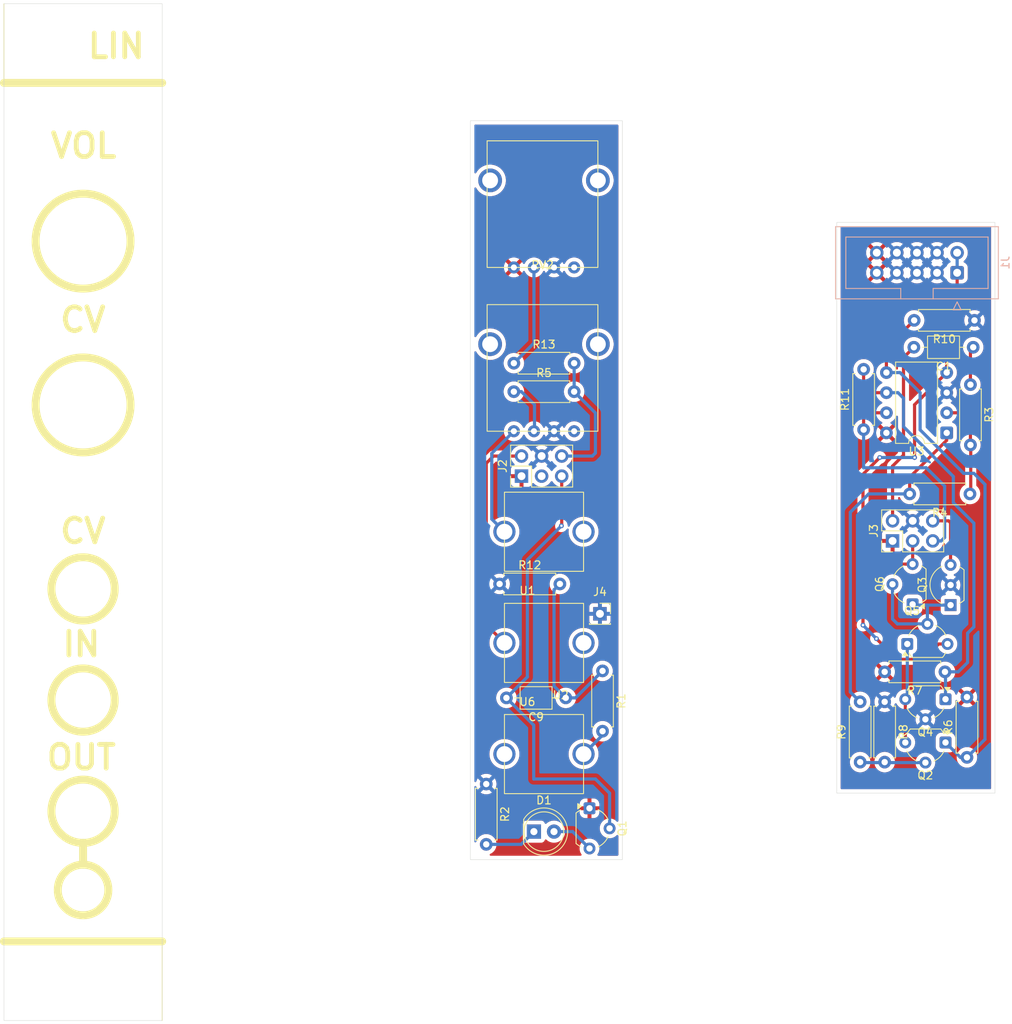
<source format=kicad_pcb>
(kicad_pcb (version 20241229) (generator "pcbnew") (generator_version "9.0")
  (layers (0 "F.Cu" signal) (2 "B.Cu" signal) (13 "F.Paste" user) (15 "B.Paste" user) (5 "F.SilkS" user "F.Silkscreen") (7 "B.SilkS" user "B.Silkscreen") (1 "F.Mask" user) (3 "B.Mask" user) (25 "Edge.Cuts" user))
  (net 0 "")
  (net 1 "Net-(C1-Pad1)")
  (net 2 "Net-(C9-Pad1)")
  (net 3 "Net-(D1-K)")
  (net 4 "Net-(D1-A)")
  (net 5 "+12V")
  (net 6 "Net-(Q2-E)")
  (net 7 "Net-(Q2-B)")
  (net 8 "Net-(Q2-C)")
  (net 9 "GND")
  (net 10 "Net-(Q3-C)")
  (net 11 "Net-(Q4-C)")
  (net 12 "-12V")
  (net 13 "Net-(R1-Pad2)")
  (net 14 "Net-(U3A--)")
  (net 15 "Net-(R4-Pad2)")
  (net 16 "Net-(R5-Pad1)")
  (net 17 "Net-(R13-Pad1)")
  (net 18 "Net-(RV2-Pad1)")
  (net 19 "IN")
  (net 20 "OUT")
  (net 21 "CV")
  (footprint "Library:3mm5 Mono Aux" (layer "F.Cu") (at 144.18 125.27625)
    (property "Reference" "U2" (at 2.1 -7.45 0) (layer "F.SilkS"))
    (property "Value" "Aux_flush")
    (pad "1" thru_hole circle (at 5 0) (size 2.8 2.8) (drill 2) (layers "*.Cu" "*.Mask") (net 13 "Net-(R1-Pad2)"))
    (pad "2" thru_hole circle (at -5 0) (size 2.8 2.8) (drill 2) (layers "*.Cu" "*.Mask"))
  )
  (footprint "Package_TO_SOT_THT:TO-92L_Wide" (layer "F.Cu") (at 149.93 132.12625 -90)
    (property "Reference" "Q1" (at 2.55 -4.15 90) (layer "F.SilkS"))
    (property "Value" "BC547")
    (pad "1" thru_hole roundrect (at 0 0 270) (size 1.5 1.5) (drill 0.8) (layers "*.Cu" "*.Mask") (roundrect_rratio 0.1666666667) (net 5 "+12V"))
    (pad "2" thru_hole circle (at 2.54 -2.54 270) (size 1.5 1.5) (drill 0.8) (layers "*.Cu" "*.Mask") (net 20 "OUT"))
    (pad "3" thru_hole circle (at 5.08 0 270) (size 1.5 1.5) (drill 0.8) (layers "*.Cu" "*.Mask") (net 4 "Net-(D1-A)"))
  )
  (footprint "Package_DIP:DIP-8_W7.62mm" (layer "F.Cu") (at 195.08 84.68375 180)
    (property "Reference" "U3" (at 3.81 -2.33 0) (layer "F.SilkS"))
    (property "Value" "TL072")
    (pad "1" thru_hole roundrect (at 0 0 180) (size 1.6 1.6) (drill 0.8) (layers "*.Cu" "*.Mask") (roundrect_rratio 0.15625) (net 15 "Net-(R4-Pad2)"))
    (pad "2" thru_hole circle (at 0 2.54 180) (size 1.6 1.6) (drill 0.8) (layers "*.Cu" "*.Mask") (net 14 "Net-(U3A--)"))
    (pad "3" thru_hole circle (at 0 5.08 180) (size 1.6 1.6) (drill 0.8) (layers "*.Cu" "*.Mask") (net 9 "GND"))
    (pad "4" thru_hole circle (at 0 7.62 180) (size 1.6 1.6) (drill 0.8) (layers "*.Cu" "*.Mask") (net 12 "-12V"))
    (pad "5" thru_hole circle (at 7.62 7.62 180) (size 1.6 1.6) (drill 0.8) (layers "*.Cu" "*.Mask") (net 8 "Net-(Q2-C)"))
    (pad "6" thru_hole circle (at 7.62 5.08 180) (size 1.6 1.6) (drill 0.8) (layers "*.Cu" "*.Mask") (net 11 "Net-(Q4-C)"))
    (pad "7" thru_hole circle (at 7.62 2.54 180) (size 1.6 1.6) (drill 0.8) (layers "*.Cu" "*.Mask") (net 20 "OUT"))
    (pad "8" thru_hole circle (at 7.62 0 180) (size 1.6 1.6) (drill 0.8) (layers "*.Cu" "*.Mask") (net 5 "+12V"))
  )
  (footprint "Resistor_THT:R_Axial_DIN0207_L6.3mm_D2.5mm_P7.62mm_Horizontal" (layer "F.Cu") (at 187.24 118.67375 -90)
    (property "Reference" "R8" (at 3.81 -2.37 90) (layer "F.SilkS"))
    (property "Value" "1k")
    (pad "1" thru_hole circle (at 0 0 270) (size 1.6 1.6) (drill 0.8) (layers "*.Cu" "*.Mask") (net 9 "GND"))
    (pad "2" thru_hole circle (at 7.62 0 270) (size 1.6 1.6) (drill 0.8) (layers "*.Cu" "*.Mask") (net 7 "Net-(Q2-B)"))
  )
  (footprint "Package_TO_SOT_THT:TO-92L_Inline_Wide" (layer "F.Cu") (at 195.57 106.44875 90)
    (property "Reference" "Q3" (at 2.54 -3.56 90) (layer "F.SilkS"))
    (property "Value" "BC557")
    (pad "1" thru_hole rect (at 0 0 90) (size 1.5 1.5) (drill 0.8) (layers "*.Cu" "*.Mask") (net 10 "Net-(Q3-C)"))
    (pad "2" thru_hole circle (at 2.54 0 90) (size 1.5 1.5) (drill 0.8) (layers "*.Cu" "*.Mask") (net 9 "GND"))
    (pad "3" thru_hole circle (at 5.08 0 90) (size 1.5 1.5) (drill 0.8) (layers "*.Cu" "*.Mask") (net 21 "CV"))
  )
  (footprint "Capacitor_THT:C_Axial_L3.8mm_D2.6mm_P7.50mm_Horizontal" (layer "F.Cu") (at 198.43 73.86375 180)
    (property "Reference" "C1" (at 3.75 -2.42 0) (layer "F.SilkS"))
    (property "Value" "1u")
    (pad "1" thru_hole circle (at 0 0 180) (size 1.6 1.6) (drill 0.8) (layers "*.Cu" "*.Mask") (net 1 "Net-(C1-Pad1)"))
    (pad "2" thru_hole circle (at 7.5 0 180) (size 1.6 1.6) (drill 0.8) (layers "*.Cu" "*.Mask") (net 19 "IN"))
  )
  (footprint "Library:AlpsPot" (layer "F.Cu") (at 140.37 84.47525)
    (property "Reference" "RV2" (at 3.62 -21 0) (layer "F.SilkS"))
    (property "Value" "100k")
    (pad "1" thru_hole circle (at 0 0) (size 1.524 1.524) (drill 0.762) (layers "*.Cu" "*.Mask") (net 18 "Net-(RV2-Pad1)"))
    (pad "2" thru_hole circle (at 2.54 0) (size 1.524 1.524) (drill 0.762) (layers "*.Cu" "*.Mask") (net 16 "Net-(R5-Pad1)"))
    (pad "3" thru_hole circle (at 5.08 0) (size 1.524 1.524) (drill 0.762) (layers "*.Cu" "*.Mask") (net 9 "GND"))
    (pad "4" thru_hole circle (at 7.62 0) (size 1.524 1.524) (drill 0.762) (layers "*.Cu" "*.Mask"))
    (pad "5" thru_hole circle (at -3 -11) (size 3 3) (drill 2) (layers "*.Cu" "*.Mask"))
    (pad "6" thru_hole circle (at 10.62 -11) (size 3 3) (drill 2) (layers "*.Cu" "*.Mask"))
  )
  (footprint "Library:3mm5 Mono Aux" (layer "F.Cu") (at 144.18 97.17625 180)
    (property "Reference" "U1" (at 2.1 -7.45 0) (layer "F.SilkS"))
    (property "Value" "Aux_flush")
    (pad "1" thru_hole circle (at 5 0 180) (size 2.8 2.8) (drill 2) (layers "*.Cu" "*.Mask") (net 18 "Net-(RV2-Pad1)"))
    (pad "2" thru_hole circle (at -5 0 180) (size 2.8 2.8) (drill 2) (layers "*.Cu" "*.Mask"))
  )
  (footprint "Resistor_THT:R_Axial_DIN0207_L6.3mm_D2.5mm_P7.62mm_Horizontal" (layer "F.Cu") (at 136.88 129.06625 -90)
    (property "Reference" "R2" (at 3.81 -2.37 90) (layer "F.SilkS"))
    (property "Value" "2k2")
    (pad "1" thru_hole circle (at 0 0 270) (size 1.6 1.6) (drill 0.8) (layers "*.Cu" "*.Mask") (net 9 "GND"))
    (pad "2" thru_hole circle (at 7.62 0 270) (size 1.6 1.6) (drill 0.8) (layers "*.Cu" "*.Mask") (net 3 "Net-(D1-K)"))
  )
  (footprint "Resistor_THT:R_Axial_DIN0207_L6.3mm_D2.5mm_P7.62mm_Horizontal" (layer "F.Cu") (at 194.86 114.88375 180)
    (property "Reference" "R7" (at 3.81 -2.37 0) (layer "F.SilkS"))
    (property "Value" "47k")
    (pad "1" thru_hole circle (at 0 0 180) (size 1.6 1.6) (drill 0.8) (layers "*.Cu" "*.Mask") (net 11 "Net-(Q4-C)"))
    (pad "2" thru_hole circle (at 7.62 0 180) (size 1.6 1.6) (drill 0.8) (layers "*.Cu" "*.Mask") (net 5 "+12V"))
  )
  (footprint "Package_TO_SOT_THT:TO-92L_Wide" (layer "F.Cu") (at 190.77 106.34875 90)
    (property "Reference" "Q6" (at 2.55 -4.15 90) (layer "F.SilkS"))
    (property "Value" "BC547")
    (pad "1" thru_hole roundrect (at 0 0 90) (size 1.5 1.5) (drill 0.8) (layers "*.Cu" "*.Mask") (roundrect_rratio 0.1666666667) (net 10 "Net-(Q3-C)"))
    (pad "2" thru_hole circle (at 2.54 -2.54 90) (size 1.5 1.5) (drill 0.8) (layers "*.Cu" "*.Mask") (net 10 "Net-(Q3-C)"))
    (pad "3" thru_hole circle (at 5.08 0 90) (size 1.5 1.5) (drill 0.8) (layers "*.Cu" "*.Mask") (net 12 "-12V"))
  )
  (footprint "MountingHole:MountingHole_3.2mm_M3" (layer "F.Cu") (at 83.32 155.95125)
    (property "Reference" "REF**" (hide yes))
    (property "Value" "MountingHole_3.2mm_M3" (hide yes))
    (pad "" np_thru_hole circle (at 0 0) (size 3.2 3.2) (drill 3.2) (layers "*.Cu" "*.Mask"))
  )
  (footprint "Connector_PinHeader_2.54mm:PinHeader_2x03_P2.54mm_Vertical" (layer "F.Cu") (at 188.24 98.33875 90)
    (property "Reference" "J3" (at 1.27 -2.38 90) (layer "F.SilkS"))
    (property "Value" "Conn_02x03_Counter_Clockwise" (hide yes))
    (pad "1" thru_hole rect (at 0 0 90) (size 1.7 1.7) (drill 1) (layers "*.Cu" "*.Mask") (net 5 "+12V"))
    (pad "2" thru_hole circle (at 2.54 0 90) (size 1.7 1.7) (drill 1) (layers "*.Cu" "*.Mask") (net 19 "IN"))
    (pad "3" thru_hole circle (at 0 2.54 90) (size 1.7 1.7) (drill 1) (layers "*.Cu" "*.Mask") (net 12 "-12V"))
    (pad "4" thru_hole circle (at 2.54 2.54 90) (size 1.7 1.7) (drill 1) (layers "*.Cu" "*.Mask") (net 9 "GND"))
    (pad "5" thru_hole circle (at 0 5.08 90) (size 1.7 1.7) (drill 1) (layers "*.Cu" "*.Mask") (net 20 "OUT"))
    (pad "6" thru_hole circle (at 2.54 5.08 90) (size 1.7 1.7) (drill 1) (layers "*.Cu" "*.Mask") (net 21 "CV"))
  )
  (footprint "MountingHole:MountingHole_3.2mm_M3" (layer "F.Cu") (at 85.92 118.45125)
    (property "Reference" "REF**" (hide yes))
    (property "Value" "MountingHole_3.2mm_M3" (hide yes))
    (pad "" np_thru_hole circle (at 0 0) (size 6.2 6.2) (drill 6.2) (layers "*.Cu" "*.Mask"))
  )
  (footprint "Package_TO_SOT_THT:TO-92L_Wide" (layer "F.Cu") (at 194.93 123.81375 180)
    (property "Reference" "Q2" (at 2.55 -4.15 0) (layer "F.SilkS"))
    (property "Value" "BC547")
    (pad "1" thru_hole roundrect (at 0 0 180) (size 1.5 1.5) (drill 0.8) (layers "*.Cu" "*.Mask") (roundrect_rratio 0.1666666667) (net 8 "Net-(Q2-C)"))
    (pad "2" thru_hole circle (at 2.54 -2.54 180) (size 1.5 1.5) (drill 0.8) (layers "*.Cu" "*.Mask") (net 7 "Net-(Q2-B)"))
    (pad "3" thru_hole circle (at 5.08 0 180) (size 1.5 1.5) (drill 0.8) (layers "*.Cu" "*.Mask") (net 6 "Net-(Q2-E)"))
  )
  (footprint "MountingHole:MountingHole_3.2mm_M3" (layer "F.Cu") (at 83.42 33.45125)
    (property "Reference" "REF**" (hide yes))
    (property "Value" "MountingHole_3.2mm_M3" (hide yes))
    (pad "" np_thru_hole circle (at 0 0) (size 3.2 3.2) (drill 3.2) (layers "*.Cu" "*.Mask"))
  )
  (footprint "Resistor_THT:R_Axial_DIN0207_L6.3mm_D2.5mm_P7.62mm_Horizontal" (layer "F.Cu") (at 184.58 84.27375 90)
    (property "Reference" "R11" (at 3.81 -2.37 90) (layer "F.SilkS"))
    (property "Value" "100k")
    (pad "1" thru_hole circle (at 0 0 90) (size 1.6 1.6) (drill 0.8) (layers "*.Cu" "*.Mask") (net 20 "OUT"))
    (pad "2" thru_hole circle (at 7.62 0 90) (size 1.6 1.6) (drill 0.8) (layers "*.Cu" "*.Mask") (net 11 "Net-(Q4-C)"))
  )
  (footprint "Resistor_THT:R_Axial_DIN0207_L6.3mm_D2.5mm_P7.62mm_Horizontal" (layer "F.Cu") (at 151.58 114.76625 -90)
    (property "Reference" "R1" (at 3.81 -2.37 90) (layer "F.SilkS"))
    (property "Value" "1k")
    (pad "1" thru_hole circle (at 0 0 270) (size 1.6 1.6) (drill 0.8) (layers "*.Cu" "*.Mask") (net 2 "Net-(C9-Pad1)"))
    (pad "2" thru_hole circle (at 7.62 0 270) (size 1.6 1.6) (drill 0.8) (layers "*.Cu" "*.Mask") (net 13 "Net-(R1-Pad2)"))
  )
  (footprint "Connector_PinHeader_2.54mm:PinHeader_2x03_P2.54mm_Vertical" (layer "F.Cu") (at 141.34 90.15125 90)
    (property "Reference" "J2" (at 1.27 -2.38 90) (layer "F.SilkS"))
    (property "Value" "Conn_02x03_Counter_Clockwise" (hide yes))
    (pad "1" thru_hole rect (at 0 0 90) (size 1.7 1.7) (drill 1) (layers "*.Cu" "*.Mask") (net 5 "+12V"))
    (pad "2" thru_hole circle (at 2.54 0 90) (size 1.7 1.7) (drill 1) (layers "*.Cu" "*.Mask") (net 19 "IN"))
    (pad "3" thru_hole circle (at 0 2.54 90) (size 1.7 1.7) (drill 1) (layers "*.Cu" "*.Mask") (net 12 "-12V"))
    (pad "4" thru_hole circle (at 2.54 2.54 90) (size 1.7 1.7) (drill 1) (layers "*.Cu" "*.Mask") (net 9 "GND"))
    (pad "5" thru_hole circle (at 0 5.08 90) (size 1.7 1.7) (drill 1) (layers "*.Cu" "*.Mask") (net 20 "OUT"))
    (pad "6" thru_hole circle (at 2.54 5.08 90) (size 1.7 1.7) (drill 1) (layers "*.Cu" "*.Mask") (net 21 "CV"))
  )
  (footprint "Resistor_THT:R_Axial_DIN0207_L6.3mm_D2.5mm_P7.62mm_Horizontal" (layer "F.Cu") (at 198.08 78.58875 -90)
    (property "Reference" "R3" (at 3.81 -2.37 90) (layer "F.SilkS"))
    (property "Value" "100k")
    (pad "1" thru_hole circle (at 0 0 270) (size 1.6 1.6) (drill 0.8) (layers "*.Cu" "*.Mask") (net 1 "Net-(C1-Pad1)"))
    (pad "2" thru_hole circle (at 7.62 0 270) (size 1.6 1.6) (drill 0.8) (layers "*.Cu" "*.Mask") (net 14 "Net-(U3A--)"))
  )
  (footprint "Library:AlpsPot" (layer "F.Cu") (at 140.37 63.77525)
    (property "Reference" "RV1" (hide yes))
    (property "Value" "100k")
    (pad "1" thru_hole circle (at 0 0) (size 1.524 1.524) (drill 0.762) (layers "*.Cu" "*.Mask") (net 5 "+12V"))
    (pad "2" thru_hole circle (at 2.54 0) (size 1.524 1.524) (drill 0.762) (layers "*.Cu" "*.Mask") (net 17 "Net-(R13-Pad1)"))
    (pad "3" thru_hole circle (at 5.08 0) (size 1.524 1.524) (drill 0.762) (layers "*.Cu" "*.Mask") (net 9 "GND"))
    (pad "4" thru_hole circle (at 7.62 0) (size 1.524 1.524) (drill 0.762) (layers "*.Cu" "*.Mask"))
    (pad "5" thru_hole circle (at -3 -11) (size 3 3) (drill 2) (layers "*.Cu" "*.Mask"))
    (pad "6" thru_hole circle (at 10.62 -11) (size 3 3) (drill 2) (layers "*.Cu" "*.Mask"))
  )
  (footprint "Resistor_THT:R_Axial_DIN0207_L6.3mm_D2.5mm_P7.62mm_Horizontal" (layer "F.Cu") (at 198.02 92.39875 180)
    (property "Reference" "R4" (at 3.81 -2.37 0) (layer "F.SilkS"))
    (property "Value" "100k")
    (pad "1" thru_hole circle (at 0 0 180) (size 1.6 1.6) (drill 0.8) (layers "*.Cu" "*.Mask") (net 14 "Net-(U3A--)"))
    (pad "2" thru_hole circle (at 7.62 0 180) (size 1.6 1.6) (drill 0.8) (layers "*.Cu" "*.Mask") (net 15 "Net-(R4-Pad2)"))
  )
  (footprint "Resistor_THT:R_Axial_DIN0207_L6.3mm_D2.5mm_P7.62mm_Horizontal" (layer "F.Cu") (at 140.37 79.47625)
    (property "Reference" "R5" (at 3.81 -2.37 0) (layer "F.SilkS"))
    (property "Value" "47k")
    (pad "1" thru_hole circle (at 0 0) (size 1.6 1.6) (drill 0.8) (layers "*.Cu" "*.Mask") (net 16 "Net-(R5-Pad1)"))
    (pad "2" thru_hole circle (at 7.62 0) (size 1.6 1.6) (drill 0.8) (layers "*.Cu" "*.Mask") (net 21 "CV"))
  )
  (footprint "LED_THT:LED_D5.0mm" (layer "F.Cu") (at 142.905 135.07625)
    (property "Reference" "D1" (at 1.27 -3.96 0) (layer "F.SilkS"))
    (property "Value" "LED")
    (pad "1" thru_hole rect (at 0 0) (size 1.8 1.8) (drill 0.9) (layers "*.Cu" "*.Mask") (net 3 "Net-(D1-K)"))
    (pad "2" thru_hole circle (at 2.54 0) (size 1.8 1.8) (drill 0.9) (layers "*.Cu" "*.Mask") (net 4 "Net-(D1-A)"))
  )
  (footprint "MountingHole:MountingHole_3.2mm_M3" (layer "F.Cu") (at 85.92 132.50125)
    (property "Reference" "REF**" (hide yes))
    (property "Value" "MountingHole_3.2mm_M3" (hide yes))
    (pad "" np_thru_hole circle (at 0 0) (size 6.2 6.2) (drill 6.2) (layers "*.Cu" "*.Mask"))
  )
  (footprint "Package_TO_SOT_THT:TO-92L_Wide" (layer "F.Cu") (at 190.1 111.36375)
    (property "Reference" "Q5" (at 0.6 -4.18 0) (layer "F.SilkS"))
    (property "Value" "BC547")
    (pad "1" thru_hole roundrect (at 0 0) (size 1.5 1.5) (drill 0.8) (layers "*.Cu" "*.Mask") (roundrect_rratio 0.1666666667) (net 6 "Net-(Q2-E)"))
    (pad "2" thru_hole circle (at 2.54 -2.54) (size 1.5 1.5) (drill 0.8) (layers "*.Cu" "*.Mask") (net 10 "Net-(Q3-C)"))
    (pad "3" thru_hole circle (at 5.08 0) (size 1.5 1.5) (drill 0.8) (layers "*.Cu" "*.Mask") (net 12 "-12V"))
  )
  (footprint "Package_TO_SOT_THT:TO-92L_Wide" (layer "F.Cu") (at 194.93 118.34375 180)
    (property "Reference" "Q4" (at 2.55 -4.15 0) (layer "F.SilkS"))
    (property "Value" "BC547")
    (pad "1" thru_hole roundrect (at 0 0 180) (size 1.5 1.5) (drill 0.8) (layers "*.Cu" "*.Mask") (roundrect_rratio 0.1666666667) (net 11 "Net-(Q4-C)"))
    (pad "2" thru_hole circle (at 2.54 -2.54 180) (size 1.5 1.5) (drill 0.8) (layers "*.Cu" "*.Mask") (net 9 "GND"))
    (pad "3" thru_hole circle (at 5.08 0 180) (size 1.5 1.5) (drill 0.8) (layers "*.Cu" "*.Mask") (net 6 "Net-(Q2-E)"))
  )
  (footprint "Library:3mm5 Mono Aux" (layer "F.Cu") (at 144.18 111.22625 180)
    (property "Reference" "U6" (at 2.1 -7.45 0) (layer "F.SilkS"))
    (property "Value" "Aux_flush")
    (pad "1" thru_hole circle (at 5 0 180) (size 2.8 2.8) (drill 2) (layers "*.Cu" "*.Mask") (net 19 "IN"))
    (pad "2" thru_hole circle (at -5 0 180) (size 2.8 2.8) (drill 2) (layers "*.Cu" "*.Mask"))
  )
  (footprint "Resistor_THT:R_Axial_DIN0207_L6.3mm_D2.5mm_P7.62mm_Horizontal" (layer "F.Cu") (at 198.59 70.46375 180)
    (property "Reference" "R10" (at 3.81 -2.37 0) (layer "F.SilkS"))
    (property "Value" "100k")
    (pad "1" thru_hole circle (at 0 0 180) (size 1.6 1.6) (drill 0.8) (layers "*.Cu" "*.Mask") (net 9 "GND"))
    (pad "2" thru_hole circle (at 7.62 0 180) (size 1.6 1.6) (drill 0.8) (layers "*.Cu" "*.Mask") (net 8 "Net-(Q2-C)"))
  )
  (footprint "MountingHole:MountingHole_3.2mm_M3" (layer "F.Cu") (at 85.92 104.40125 180)
    (property "Reference" "REF**" (hide yes))
    (property "Value" "MountingHole_3.2mm_M3" (hide yes))
    (pad "" np_thru_hole circle (at 0 0 180) (size 6.2 6.2) (drill 6.2) (layers "*.Cu" "*.Mask"))
  )
  (footprint "MountingHole:MountingHole_3.2mm_M3" (layer "F.Cu") (at 85.92 60.45125)
    (property "Reference" "REF**" (hide yes))
    (property "Value" "MountingHole_3.2mm_M3" (hide yes))
    (pad "" np_thru_hole circle (at 0 0) (size 9.2 9.2) (drill 9.2) (layers "*.Cu" "*.Mask"))
  )
  (footprint "Capacitor_THT:C_Axial_L3.8mm_D2.6mm_P7.50mm_Horizontal" (layer "F.Cu") (at 146.93 118.17625 180)
    (property "Reference" "C9" (at 3.75 -2.42 0) (layer "F.SilkS"))
    (property "Value" "1u")
    (pad "1" thru_hole circle (at 0 0 180) (size 1.6 1.6) (drill 0.8) (layers "*.Cu" "*.Mask") (net 2 "Net-(C9-Pad1)"))
    (pad "2" thru_hole circle (at 7.5 0 180) (size 1.6 1.6) (drill 0.8) (layers "*.Cu" "*.Mask") (net 20 "OUT"))
  )
  (footprint "Connector_PinSocket_2.54mm:PinSocket_1x01_P2.54mm_Vertical" (layer "F.Cu") (at 151.25 107.55)
    (property "Reference" "J4" (at 0 -2.77 0) (layer "F.SilkS"))
    (property "Value" "Conn_01x01_Pin")
    (pad "1" thru_hole rect (at 0 0) (size 1.7 1.7) (drill 1) (layers "*.Cu" "*.Mask") (net 9 "GND"))
  )
  (footprint "Resistor_THT:R_Axial_DIN0207_L6.3mm_D2.5mm_P7.62mm_Horizontal" (layer "F.Cu") (at 138.57 103.77625)
    (property "Reference" "R12" (at 3.81 -2.37 0) (layer "F.SilkS"))
    (property "Value" "100k")
    (pad "1" thru_hole circle (at 0 0) (size 1.6 1.6) (drill 0.8) (layers "*.Cu" "*.Mask") (net 9 "GND"))
    (pad "2" thru_hole circle (at 7.62 0) (size 1.6 1.6) (drill 0.8) (layers "*.Cu" "*.Mask") (net 2 "Net-(C9-Pad1)"))
  )
  (footprint "MountingHole:MountingHole_3.2mm_M3" (layer "F.Cu") (at 85.92 142.45125)
    (property "Reference" "REF**" (hide yes))
    (property "Value" "MountingHole_3.2mm_M3" (hide yes))
    (pad "" np_thru_hole circle (at 0 0) (size 5.2 5.2) (drill 5.2) (layers "*.Cu" "*.Mask"))
  )
  (footprint "Resistor_THT:R_Axial_DIN0207_L6.3mm_D2.5mm_P7.62mm_Horizontal" (layer "F.Cu") (at 197.64 125.69375 90)
    (property "Reference" "R6" (at 3.81 -2.37 90) (layer "F.SilkS"))
    (property "Value" "47k")
    (pad "1" thru_hole circle (at 0 0 90) (size 1.6 1.6) (drill 0.8) (layers "*.Cu" "*.Mask") (net 8 "Net-(Q2-C)"))
    (pad "2" thru_hole circle (at 7.62 0 90) (size 1.6 1.6) (drill 0.8) (layers "*.Cu" "*.Mask") (net 5 "+12V"))
  )
  (footprint "MountingHole:MountingHole_3.2mm_M3" (layer "F.Cu") (at 85.92 81.15125)
    (property "Reference" "REF**" (hide yes))
    (property "Value" "MountingHole_3.2mm_M3" (hide yes))
    (pad "" np_thru_hole circle (at 0 0) (size 9.2 9.2) (drill 9.2) (layers "*.Cu" "*.Mask"))
  )
  (footprint "Resistor_THT:R_Axial_DIN0207_L6.3mm_D2.5mm_P7.62mm_Horizontal" (layer "F.Cu") (at 140.37 75.87625)
    (property "Reference" "R13" (at 3.81 -2.37 0) (layer "F.SilkS"))
    (property "Value" "47k")
    (pad "1" thru_hole circle (at 0 0) (size 1.6 1.6) (drill 0.8) (layers "*.Cu" "*.Mask") (net 17 "Net-(R13-Pad1)"))
    (pad "2" thru_hole circle (at 7.62 0) (size 1.6 1.6) (drill 0.8) (layers "*.Cu" "*.Mask") (net 21 "CV"))
  )
  (footprint "Resistor_THT:R_Axial_DIN0207_L6.3mm_D2.5mm_P7.62mm_Horizontal" (layer "F.Cu") (at 184.14 126.29375 90)
    (property "Reference" "R9" (at 3.81 -2.37 90) (layer "F.SilkS"))
    (property "Value" "10k")
    (pad "1" thru_hole circle (at 0 0 90) (size 1.6 1.6) (drill 0.8) (layers "*.Cu" "*.Mask") (net 7 "Net-(Q2-B)"))
    (pad "2" thru_hole circle (at 7.62 0 90) (size 1.6 1.6) (drill 0.8) (layers "*.Cu" "*.Mask") (net 15 "Net-(R4-Pad2)"))
  )
  (footprint "Connector_IDC:IDC-Header_2x05_P2.54mm_Vertical" (layer "B.Cu") (at 196.4 64.45125 90)
    (property "Reference" "J1" (at 1.27 6.1 90) (layer "B.SilkS") (effects (justify mirror)))
    (property "Value" "Conn_02x05_Odd_Even")
    (pad "1" thru_hole roundrect (at 0 0 90) (size 1.7 1.7) (drill 1) (layers "*.Cu" "*.Mask") (roundrect_rratio 0.147059) (net 12 "-12V"))
    (pad "2" thru_hole circle (at 2.54 0 90) (size 1.7 1.7) (drill 1) (layers "*.Cu" "*.Mask") (net 12 "-12V"))
    (pad "3" thru_hole circle (at 0 -2.54 90) (size 1.7 1.7) (drill 1) (layers "*.Cu" "*.Mask") (net 9 "GND"))
    (pad "4" thru_hole circle (at 2.54 -2.54 90) (size 1.7 1.7) (drill 1) (layers "*.Cu" "*.Mask") (net 9 "GND"))
    (pad "5" thru_hole circle (at 0 -5.08 90) (size 1.7 1.7) (drill 1) (layers "*.Cu" "*.Mask") (net 9 "GND"))
    (pad "6" thru_hole circle (at 2.54 -5.08 90) (size 1.7 1.7) (drill 1) (layers "*.Cu" "*.Mask") (net 9 "GND"))
    (pad "7" thru_hole circle (at 0 -7.62 90) (size 1.7 1.7) (drill 1) (layers "*.Cu" "*.Mask") (net 9 "GND"))
    (pad "8" thru_hole circle (at 2.54 -7.62 90) (size 1.7 1.7) (drill 1) (layers "*.Cu" "*.Mask") (net 9 "GND"))
    (pad "9" thru_hole circle (at 0 -10.16 90) (size 1.7 1.7) (drill 1) (layers "*.Cu" "*.Mask") (net 5 "+12V"))
    (pad "10" thru_hole circle (at 2.54 -10.16 90) (size 1.7 1.7) (drill 1) (layers "*.Cu" "*.Mask") (net 5 "+12V"))
  )
  (gr_line (start 85.92 136.50125) (end 85.92 139.25125) (stroke (width 1)) (layer "F.SilkS"))
  (gr_circle (center 85.92 142.45125) (end 89.12 142.45125) (stroke (width 1)) (fill no) (layer "F.SilkS"))
  (gr_circle (center 85.92 118.45125) (end 81.92 118.45125) (stroke (width 1)) (fill no) (layer "F.SilkS"))
  (gr_line (start 95.92 158.95125) (end 95.92 148.95125) (stroke (width 0.1)) (layer "F.SilkS"))
  (gr_circle (center 85.92 81.15125) (end 91.920833 81.15125) (stroke (width 1)) (fill no) (layer "F.SilkS"))
  (gr_line (start 75.92 30.45125) (end 75.92 40.45125) (stroke (width 0.1)) (layer "F.SilkS"))
  (gr_line (start 75.92 40.45125) (end 95.92 40.45125) (stroke (width 1)) (layer "F.SilkS"))
  (gr_circle (center 85.92 132.50125) (end 89.92 132.50125) (stroke (width 1)) (fill no) (layer "F.SilkS"))
  (gr_circle (center 85.92 104.40125) (end 81.92 104.40125) (stroke (width 1)) (fill no) (layer "F.SilkS"))
  (gr_circle (center 85.92 60.45125) (end 91.920833 60.45125) (stroke (width 1)) (fill no) (layer "F.SilkS"))
  (gr_line (start 95.92 148.95125) (end 75.92 148.95125) (stroke (width 1)) (layer "F.SilkS"))
  (gr_rect (start 181.18 58.08375) (end 201.18 130.21375) (stroke (width 0.05)) (fill no) (layer "Edge.Cuts"))
  (gr_rect (start 134.88 45.22625) (end 154.08 138.62625) (stroke (width 0.05)) (fill no) (layer "Edge.Cuts"))
  (gr_rect (start 75.92 30.45125) (end 95.92 158.95125) (stroke (width 0.05)) (fill no) (layer "Edge.Cuts"))
  (gr_text "LIN" (at 86.22 37.55125 0) (layer "F.SilkS") (effects (font (size 3 3) (thickness 0.6) (bold yes)) (justify left bottom)))
  (gr_text "VOL" (at 81.52 50.15125 0) (layer "F.SilkS") (effects (font (size 3 3) (thickness 0.6) (bold yes)) (justify left bottom)))
  (gr_text "IN\n" (at 83.02 113.15125 0) (layer "F.SilkS") (effects (font (size 3 3) (thickness 0.6) (bold yes)) (justify left bottom)))
  (gr_text "CV" (at 82.72 72.15125 0) (layer "F.SilkS") (effects (font (size 3 3) (thickness 0.6) (bold yes)) (justify left bottom)))
  (gr_text "CV" (at 82.72 98.85125 0) (layer "F.SilkS") (effects (font (size 3 3) (thickness 0.6) (bold yes)) (justify left bottom)))
  (gr_text "OUT" (at 81.02 127.45125 0) (layer "F.SilkS") (effects (font (size 3 3) (thickness 0.6) (bold yes)) (justify left bottom)))
  (segment (start 198.08 74.21375) (end 198.43 73.86375) (width 0.4) (layer "F.Cu") (net 1))
  (segment (start 198.08 78.58875) (end 198.08 74.21375) (width 0.4) (layer "F.Cu") (net 1))
  (segment (start 145.45 116.69625) (end 146.93 118.17625) (width 0.4) (layer "B.Cu") (net 2))
  (segment (start 145.45 104.51625) (end 145.45 116.69625) (width 0.4) (layer "B.Cu") (net 2))
  (segment (start 146.19 103.77625) (end 145.45 104.51625) (width 0.4) (layer "B.Cu") (net 2))
  (segment (start 146.93 118.17625) (end 148.17 118.17625) (width 0.4) (layer "B.Cu") (net 2))
  (segment (start 148.17 118.17625) (end 151.58 114.76625) (width 0.4) (layer "B.Cu") (net 2))
  (segment (start 136.88 136.68625) (end 141.295 136.68625) (width 0.4) (layer "B.Cu") (net 3))
  (segment (start 141.295 136.68625) (end 142.905 135.07625) (width 0.4) (layer "B.Cu") (net 3))
  (segment (start 145.445 135.07625) (end 147.8 135.07625) (width 0.4) (layer "B.Cu") (net 4))
  (segment (start 147.8 135.07625) (end 149.93 137.20625) (width 0.4) (layer "B.Cu") (net 4))
  (segment (start 189.85 123.81375) (end 189.85 118.34375) (width 0.4) (layer "F.Cu") (net 6))
  (segment (start 190.1 118.09375) (end 189.85 118.34375) (width 0.4) (layer "B.Cu") (net 6))
  (segment (start 190.1 111.36375) (end 190.1 118.09375) (width 0.4) (layer "B.Cu") (net 6))
  (segment (start 192.39 126.35375) (end 184.2 126.35375) (width 0.4) (layer "B.Cu") (net 7))
  (segment (start 184.2 126.35375) (end 184.14 126.29375) (width 0.4) (layer "B.Cu") (net 7))
  (segment (start 187.46 73.97375) (end 190.97 70.46375) (width 0.4) (layer "F.Cu") (net 8))
  (segment (start 187.46 77.06375) (end 187.46 73.97375) (width 0.4) (layer "F.Cu") (net 8))
  (segment (start 199.92 91.19875) (end 199.92 123.41375) (width 0.4) (layer "B.Cu") (net 8))
  (segment (start 199.92 123.41375) (end 197.64 125.69375) (width 0.4) (layer "B.Cu") (net 8))
  (segment (start 191.72 79.59875) (end 191.72 84.29875) (width 0.4) (layer "B.Cu") (net 8))
  (segment (start 196.81 125.69375) (end 194.93 123.81375) (width 0.4) (layer "B.Cu") (net 8))
  (segment (start 189.185 77.06375) (end 191.72 79.59875) (width 0.4) (layer "B.Cu") (net 8))
  (segment (start 191.72 84.29875) (end 197.22 89.79875) (width 0.4) (layer "B.Cu") (net 8))
  (segment (start 197.22 89.79875) (end 198.52 89.79875) (width 0.4) (layer "B.Cu") (net 8))
  (segment (start 197.64 125.69375) (end 196.81 125.69375) (width 0.4) (layer "B.Cu") (net 8))
  (segment (start 198.52 89.79875) (end 199.92 91.19875) (width 0.4) (layer "B.Cu") (net 8))
  (segment (start 187.46 77.06375) (end 189.185 77.06375) (width 0.4) (layer "B.Cu") (net 8))
  (segment (start 195.57 106.44875) (end 192.6 106.44875) (width 0.4) (layer "B.Cu") (net 10))
  (segment (start 188.845 108.82375) (end 188.23 108.20875) (width 0.4) (layer "B.Cu") (net 10))
  (segment (start 192.6 106.44875) (end 190.87 106.44875) (width 0.4) (layer "B.Cu") (net 10))
  (segment (start 192.64 108.82375) (end 188.845 108.82375) (width 0.4) (layer "B.Cu") (net 10))
  (segment (start 192.64 106.48875) (end 192.6 106.44875) (width 0.4) (layer "B.Cu") (net 10))
  (segment (start 192.64 108.82375) (end 192.59888 108.78263) (width 0.4) (layer "B.Cu") (net 10))
  (segment (start 190.87 106.44875) (end 190.77 106.34875) (width 0.4) (layer "B.Cu") (net 10))
  (segment (start 192.64 108.82375) (end 192.64 106.48875) (width 0.4) (layer "B.Cu") (net 10))
  (segment (start 188.23 108.20875) (end 188.23 103.80875) (width 0.4) (layer "B.Cu") (net 10))
  (segment (start 184.58 76.65375) (end 184.58 78.25875) (width 0.4) (layer "F.Cu") (net 11))
  (segment (start 184.58 78.25875) (end 185.925 79.60375) (width 0.4) (layer "F.Cu") (net 11))
  (segment (start 185.925 79.60375) (end 187.46 79.60375) (width 0.4) (layer "F.Cu") (net 11))
  (segment (start 189.62 80.29875) (end 188.925 79.60375) (width 0.4) (layer "B.Cu") (net 11))
  (segment (start 189.62 83.89875) (end 189.62 80.29875) (width 0.4) (layer "B.Cu") (net 11))
  (segment (start 194.86 114.88375) (end 196.535 114.88375) (width 0.4) (layer "B.Cu") (net 11))
  (segment (start 196.535 114.88375) (end 197.72 113.69875) (width 0.4) (layer "B.Cu") (net 11))
  (segment (start 195.92 93.49875) (end 195.92 90.19875) (width 0.4) (layer "B.Cu") (net 11))
  (segment (start 197.72 109.99875) (end 198.52 109.19875) (width 0.4) (layer "B.Cu") (net 11))
  (segment (start 197.72 113.69875) (end 197.72 109.99875) (width 0.4) (layer "B.Cu") (net 11))
  (segment (start 195.92 90.19875) (end 189.62 83.89875) (width 0.4) (layer "B.Cu") (net 11))
  (segment (start 198.52 109.19875) (end 198.52 96.09875) (width 0.4) (layer "B.Cu") (net 11))
  (segment (start 188.925 79.60375) (end 187.46 79.60375) (width 0.4) (layer "B.Cu") (net 11))
  (segment (start 194.93 114.95375) (end 194.86 114.88375) (width 0.4) (layer "B.Cu") (net 11))
  (segment (start 194.93 118.34375) (end 194.93 114.95375) (width 0.4) (layer "B.Cu") (net 11))
  (segment (start 198.52 96.09875) (end 195.92 93.49875) (width 0.4) (layer "B.Cu") (net 11))
  (segment (start 191.02 81.12375) (end 195.08 77.06375) (width 0.4) (layer "F.Cu") (net 12))
  (segment (start 192.12 113.29875) (end 194.055 111.36375) (width 0.4) (layer "F.Cu") (net 12))
  (segment (start 195.08 70.85875) (end 196.4 69.53875) (width 0.4) (layer "F.Cu") (net 12))
  (segment (start 186.62 87.79875) (end 184.5 89.91875) (width 0.4) (layer "F.Cu") (net 12))
  (segment (start 184.5 101.095) (end 184.5 101.295) (width 0.4) (layer "F.Cu") (net 12))
  (segment (start 195.08 77.06375) (end 195.08 70.85875) (width 0.4) (layer "F.Cu") (net 12))
  (segment (start 196.4 69.53875) (end 196.4 64.45125) (width 0.4) (layer "F.Cu") (net 12))
  (segment (start 187 111.495) (end 187.01625 111.495) (width 0.4) (layer "F.Cu") (net 12))
  (segment (start 186.2 110.695) (end 187 111.495) (width 0.4) (layer "F.Cu") (net 12))
  (segment (start 188.82 113.29875) (end 192.12 113.29875) (width 0.4) (layer "F.Cu") (net 12))
  (segment (start 187.01625 111.495) (end 188.82 113.29875) (width 0.4) (layer "F.Cu") (net 12))
  (segment (start 190.77 101.26875) (end 184.52625 101.26875) (width 0.4) (layer "F.Cu") (net 12))
  (segment (start 184.52625 101.26875) (end 184.5 101.295) (width 0.4) (layer "F.Cu") (net 12))
  (segment (start 190.78 98.33875) (end 190.78 101.25875) (width 0.4) (layer "F.Cu") (net 12))
  (segment (start 184.5 89.91875) (end 184.5 101.095) (width 0.4) (layer "F.Cu") (net 12))
  (segment (start 191.02 87.79875) (end 191.02 81.12375) (width 0.4) (layer "F.Cu") (net 12))
  (segment (start 184.5 101.295) (end 184.5 108.97875) (width 0.4) (layer "F.Cu") (net 12))
  (segment (start 190.78 101.25875) (end 190.77 101.26875) (width 0.4) (layer "F.Cu") (net 12))
  (segment (start 194.055 111.36375) (end 195.18 111.36375) (width 0.4) (layer "F.Cu") (net 12))
  (via (at 184.5 108.97875) (size 0.6) (drill 0.3) (layers "F.Cu" "B.Cu") (net 12))
  (via (at 191.02 87.79875) (size 0.6) (drill 0.3) (layers "F.Cu" "B.Cu") (net 12))
  (via (at 186.62 87.79875) (size 0.6) (drill 0.3) (layers "F.Cu" "B.Cu") (net 12))
  (via (at 186.2 110.695) (size 0.6) (drill 0.3) (layers "F.Cu" "B.Cu") (net 12))
  (segment (start 186.62 87.79875) (end 191.02 87.79875) (width 0.4) (layer "B.Cu") (net 12))
  (segment (start 196.4 61.91125) (end 196.4 64.45125) (width 0.4) (layer "B.Cu") (net 12))
  (segment (start 185.1 109.57875) (end 184.5 108.97875) (width 0.4) (layer "B.Cu") (net 12))
  (segment (start 185.1 109.595) (end 185.1 109.57875) (width 0.4) (layer "B.Cu") (net 12))
  (segment (start 186.2 110.695) (end 185.1 109.595) (width 0.4) (layer "B.Cu") (net 12))
  (segment (start 151.58 122.38625) (end 151.58 122.87625) (width 0.4) (layer "B.Cu") (net 13))
  (segment (start 151.58 122.87625) (end 149.18 125.27625) (width 0.4) (layer "B.Cu") (net 13))
  (segment (start 198.12 86.24875) (end 198.08 86.20875) (width 0.4) (layer "F.Cu") (net 14))
  (segment (start 198.08 83.35875) (end 198.08 86.20875) (width 0.4) (layer "F.Cu") (net 14))
  (segment (start 198.12 92.29875) (end 198.12 86.24875) (width 0.4) (layer "F.Cu") (net 14))
  (segment (start 198.02 92.39875) (end 198.12 92.29875) (width 0.4) (layer "F.Cu") (net 14))
  (segment (start 196.865 82.14375) (end 198.08 83.35875) (width 0.4) (layer "F.Cu") (net 14))
  (segment (start 195.08 82.14375) (end 196.865 82.14375) (width 0.4) (layer "F.Cu") (net 14))
  (segment (start 190.4 90.29875) (end 195.08 85.61875) (width 0.4) (layer "F.Cu") (net 15))
  (segment (start 195.08 85.61875) (end 195.08 84.68375) (width 0.4) (layer "F.Cu") (net 15))
  (segment (start 190.4 92.39875) (end 190.4 90.29875) (width 0.4) (layer "F.Cu") (net 15))
  (segment (start 185.22 92.39875) (end 190.4 92.39875) (width 0.4) (layer "B.Cu") (net 15))
  (segment (start 184.14 118.67375) (end 182.9 117.43375) (width 0.4) (layer "B.Cu") (net 15))
  (segment (start 182.9 117.43375) (end 182.9 94.71875) (width 0.4) (layer "B.Cu") (net 15))
  (segment (start 182.9 94.71875) (end 185.22 92.39875) (width 0.4) (layer "B.Cu") (net 15))
  (segment (start 140.37 79.47625) (end 141.33 79.47625) (width 0.4) (layer "B.Cu") (net 16))
  (segment (start 142.98 84.40525) (end 142.91 84.47525) (width 0.4) (layer "B.Cu") (net 16))
  (segment (start 141.33 79.47625) (end 142.98 81.12625) (width 0.4) (layer "B.Cu") (net 16))
  (segment (start 142.98 81.12625) (end 142.98 84.40525) (width 0.4) (layer "B.Cu") (net 16))
  (segment (start 142.91 73.33625) (end 140.37 75.87625) (width 0.4) (layer "B.Cu") (net 17))
  (segment (start 142.91 63.77525) (end 142.91 73.33625) (width 0.4) (layer "B.Cu") (net 17))
  (segment (start 137.58 87.26525) (end 140.37 84.47525) (width 0.4) (layer "B.Cu") (net 18))
  (segment (start 139.18 97.17625) (end 137.58 95.57625) (width 0.4) (layer "B.Cu") (net 18))
  (segment (start 137.58 95.57625) (end 137.58 87.26525) (width 0.4) (layer "B.Cu") (net 18))
  (segment (start 137.795 87.61125) (end 136.88 88.52625) (width 0.4) (layer "F.Cu") (net 19))
  (segment (start 189.62 75.17375) (end 189.62 87.49875) (width 0.4) (layer "F.Cu") (net 19))
  (segment (start 141.34 87.61125) (end 137.795 87.61125) (width 0.4) (layer "F.Cu") (net 19))
  (segment (start 189.62 87.49875) (end 188.24 88.87875) (width 0.4) (layer "F.Cu") (net 19))
  (segment (start 136.88 108.92625) (end 139.18 111.22625) (width 0.4) (layer "F.Cu") (net 19))
  (segment (start 190.93 73.86375) (end 189.62 75.17375) (width 0.4) (layer "F.Cu") (net 19))
  (segment (start 188.24 88.87875) (end 188.24 95.79875) (width 0.4) (layer "F.Cu") (net 19))
  (segment (start 136.88 88.52625) (end 136.88 108.92625) (width 0.4) (layer "F.Cu") (net 19))
  (segment (start 184.58 82.83875) (end 184.58 84.27375) (width 0.4) (layer "F.Cu") (net 20))
  (segment (start 185.275 82.14375) (end 184.58 82.83875) (width 0.4) (layer "F.Cu") (net 20))
  (segment (start 146.42 96.38625) (end 146.42 90.15125) (width 0.4) (layer "F.Cu") (net 20))
  (segment (start 187.46 82.14375) (end 185.275 82.14375) (width 0.4) (layer "F.Cu") (net 20))
  (via (at 146.38 96.42625) (size 0.6) (drill 0.3) (layers "F.Cu" "B.Cu") (net 20))
  (segment (start 142.08 115.52625) (end 142.08 100.72625) (width 0.4) (layer "B.Cu") (net 20))
  (segment (start 184.58 84.27375) (end 184.58 89.095) (width 0.4) (layer "B.Cu") (net 20))
  (segment (start 146.38 96.42625) (end 146.42 96.38625) (width 0.4) (layer "B.Cu") (net 20))
  (segment (start 139.43 118.17625) (end 142.08 115.52625) (width 0.4) (layer "B.Cu") (net 20))
  (segment (start 194.38 98.33875) (end 193.32 98.33875) (width 0.4) (layer "B.Cu") (net 20))
  (segment (start 142.08 100.72625) (end 146.38 96.42625) (width 0.4) (layer "B.Cu") (net 20))
  (segment (start 152.47 130.21625) (end 150.68 128.42625) (width 0.4) (layer "B.Cu") (net 20))
  (segment (start 150.68 128.42625) (end 142.88 128.42625) (width 0.4) (layer "B.Cu") (net 20))
  (segment (start 187.965 82.14375) (end 187.46 82.14375) (width 0.4) (layer "B.Cu") (net 20))
  (segment (start 184.58 89.095) (end 192.5 89.095) (width 0.4) (layer "B.Cu") (net 20))
  (segment (start 192.5 89.095) (end 194.82 91.415) (width 0.4) (layer "B.Cu") (net 20))
  (segment (start 142.88 128.42625) (end 142.88 121.62625) (width 0.4) (layer "B.Cu") (net 20))
  (segment (start 142.88 121.62625) (end 139.43 118.17625) (width 0.4) (layer "B.Cu") (net 20))
  (segment (start 194.82 91.415) (end 194.82 97.89875) (width 0.4) (layer "B.Cu") (net 20))
  (segment (start 152.47 134.66625) (end 152.47 130.21625) (width 0.4) (layer "B.Cu") (net 20))
  (segment (start 194.82 97.89875) (end 194.38 98.33875) (width 0.4) (layer "B.Cu") (net 20))
  (segment (start 195.57 101.36875) (end 195.57 96.04875) (width 0.4) (layer "F.Cu") (net 21))
  (segment (start 195.32 95.79875) (end 193.32 95.79875) (width 0.4) (layer "F.Cu") (net 21))
  (segment (start 195.57 96.04875) (end 195.32 95.79875) (width 0.4) (layer "F.Cu") (net 21))
  (segment (start 150.68 87.22625) (end 150.68 82.16625) (width 0.4) (layer "B.Cu") (net 21))
  (segment (start 150.68 82.16625) (end 147.99 79.47625) (width 0.4) (layer "B.Cu") (net 21))
  (segment (start 146.42 87.61125) (end 150.295 87.61125) (width 0.4) (layer "B.Cu") (net 21))
  (segment (start 147.99 75.87625) (end 147.99 79.47625) (width 0.4) (layer "B.Cu") (net 21))
  (segment (start 150.295 87.61125) (end 150.68 87.22625) (width 0.4) (layer "B.Cu") (net 21))
  (zone (net 5) (net_name "+12V") (layer "F.Cu") (connect_pads (clearance 0.5)) (min_thickness 0.25) (fill yes (thermal_gap 0.5) (thermal_bridge_width 0.5))
    (polygon (pts (xy 181.18 58.08375) (xy 201.18 58.08375) (xy 201.18 130.21375) (xy 181.18 130.21375)))
  )
  (zone (net 5) (net_name "+12V") (layer "F.Cu") (connect_pads (clearance 0.5)) (min_thickness 0.25) (fill yes (thermal_gap 0.5) (thermal_bridge_width 0.5))
    (polygon (pts (xy 134.28 45.24625) (xy 154.28 45.24625) (xy 154.28 138.62625) (xy 134.28 138.62625)))
  )
  (zone (net 9) (net_name "GND") (layer "B.Cu") (connect_pads (clearance 0.5)) (min_thickness 0.25) (fill yes (thermal_gap 0.5) (thermal_bridge_width 0.5))
    (polygon (pts (xy 134.28 45.22625) (xy 154.28 45.22625) (xy 154.28 138.60625) (xy 134.28 138.60625)))
  )
  (zone (net 9) (net_name "GND") (layer "B.Cu") (connect_pads (clearance 0.5)) (min_thickness 0.25) (fill yes (thermal_gap 0.5) (thermal_bridge_width 0.5))
    (polygon (pts (xy 181.18 58.08375) (xy 201.18 58.08375) (xy 201.18 130.21375) (xy 181.18 130.21375)))
  )
)
</source>
